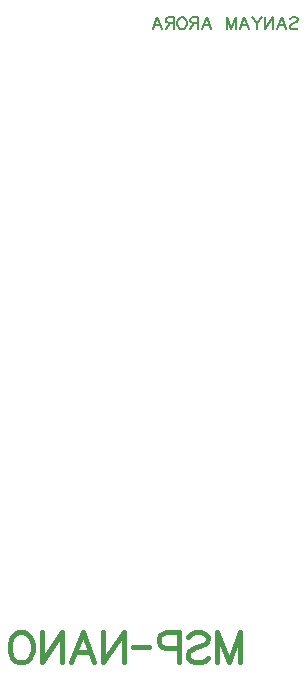
<source format=gbr>
G04 DipTrace 4.0.0.3*
G04 BottomSilk.gbr*
%MOIN*%
G04 #@! TF.FileFunction,Legend,Bot*
G04 #@! TF.Part,Single*
%ADD59C,0.015439*%
%ADD60C,0.006176*%
%FSLAX26Y26*%
G04*
G70*
G90*
G75*
G01*
G04 BotSilk*
%LPD*%
X1271000Y480630D2*
D59*
Y581110D1*
X1309246Y480630D1*
X1347493Y581110D1*
Y480630D1*
X1173134Y566740D2*
X1182641Y576357D1*
X1197011Y581110D1*
X1216134D1*
X1230504Y576357D1*
X1240121Y566740D1*
Y557234D1*
X1235257Y547617D1*
X1230504Y542864D1*
X1220998Y538110D1*
X1192258Y528494D1*
X1182641Y523740D1*
X1177888Y518877D1*
X1173134Y509370D1*
Y495000D1*
X1182641Y485494D1*
X1197011Y480630D1*
X1216134D1*
X1230504Y485494D1*
X1240121Y495000D1*
X1142256Y528494D2*
X1099146D1*
X1084886Y533247D1*
X1080022Y538110D1*
X1075269Y547617D1*
Y561987D1*
X1080022Y571493D1*
X1084886Y576357D1*
X1099146Y581110D1*
X1142256D1*
Y480630D1*
X1044391Y530815D2*
X989121D1*
X891256Y581110D2*
Y480630D1*
X958243Y581110D1*
Y480630D1*
X783774D2*
X822131Y581110D1*
X860377Y480630D1*
X846007Y514124D2*
X798144D1*
X685909Y581110D2*
Y480630D1*
X752895Y581110D1*
Y480630D1*
X626290Y581110D2*
X635907Y576357D1*
X645413Y566740D1*
X650277Y557234D1*
X655030Y542864D1*
Y518877D1*
X650277Y504617D1*
X645413Y495000D1*
X635907Y485494D1*
X626290Y480630D1*
X607167D1*
X597660Y485494D1*
X588044Y495000D1*
X583290Y504617D1*
X578537Y518877D1*
Y542864D1*
X583290Y557234D1*
X588044Y566740D1*
X597660Y576357D1*
X607167Y581110D1*
X626290D1*
X1512973Y2625407D2*
D60*
X1516776Y2629254D1*
X1522524Y2631155D1*
X1530173D1*
X1535921Y2629254D1*
X1539768Y2625407D1*
Y2621604D1*
X1537822Y2617757D1*
X1535921Y2615856D1*
X1532119Y2613955D1*
X1520623Y2610108D1*
X1516776Y2608207D1*
X1514875Y2606261D1*
X1512973Y2602459D1*
Y2596711D1*
X1516776Y2592908D1*
X1522524Y2590963D1*
X1530173D1*
X1535921Y2592908D1*
X1539768Y2596711D1*
X1469980Y2590963D2*
X1485323Y2631155D1*
X1500622Y2590963D1*
X1494874Y2604360D2*
X1475729D1*
X1430834Y2631155D2*
Y2590963D1*
X1457629Y2631155D1*
Y2590963D1*
X1418483Y2631155D2*
X1403184Y2612009D1*
Y2590963D1*
X1387886Y2631155D2*
X1403184Y2612009D1*
X1344893Y2590963D2*
X1360236Y2631155D1*
X1375534Y2590963D1*
X1369786Y2604360D2*
X1350641D1*
X1301944Y2590963D2*
Y2631155D1*
X1317243Y2590963D1*
X1332542Y2631155D1*
Y2590963D1*
X1220071D2*
X1235414Y2631155D1*
X1250712Y2590963D1*
X1244964Y2604360D2*
X1225819D1*
X1207719Y2612009D2*
X1190519D1*
X1184771Y2613955D1*
X1182826Y2615856D1*
X1180925Y2619659D1*
Y2623506D1*
X1182826Y2627308D1*
X1184771Y2629254D1*
X1190519Y2631155D1*
X1207719D1*
Y2590963D1*
X1194322Y2612009D2*
X1180925Y2590963D1*
X1157077Y2631155D2*
X1160924Y2629254D1*
X1164727Y2625407D1*
X1166672Y2621604D1*
X1168573Y2615856D1*
Y2606261D1*
X1166672Y2600558D1*
X1164727Y2596711D1*
X1160924Y2592908D1*
X1157077Y2590963D1*
X1149428D1*
X1145625Y2592908D1*
X1141779Y2596711D1*
X1139877Y2600558D1*
X1137976Y2606261D1*
Y2615856D1*
X1139877Y2621604D1*
X1141779Y2625407D1*
X1145625Y2629254D1*
X1149428Y2631155D1*
X1157077D1*
X1125625Y2612009D2*
X1108425D1*
X1102677Y2613955D1*
X1100731Y2615856D1*
X1098830Y2619659D1*
Y2623506D1*
X1100731Y2627308D1*
X1102677Y2629254D1*
X1108425Y2631155D1*
X1125625D1*
Y2590963D1*
X1112227Y2612009D2*
X1098830Y2590963D1*
X1055837D2*
X1071180Y2631155D1*
X1086479Y2590963D1*
X1080731Y2604360D2*
X1061585D1*
M02*

</source>
